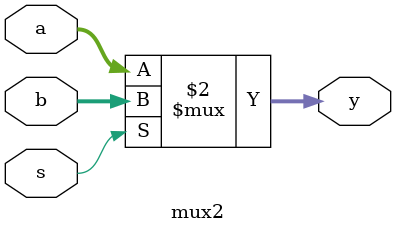
<source format=v>
module mux2 #(
    parameter reg WIDTH = 8
) (
    s,
    a,
    b,
    y
);

  input s;
  input [WIDTH-1:0] a, b;
  output [WIDTH-1:0] y;

  assign y = (s == 0) ? a : b;

endmodule  //mux2


</source>
